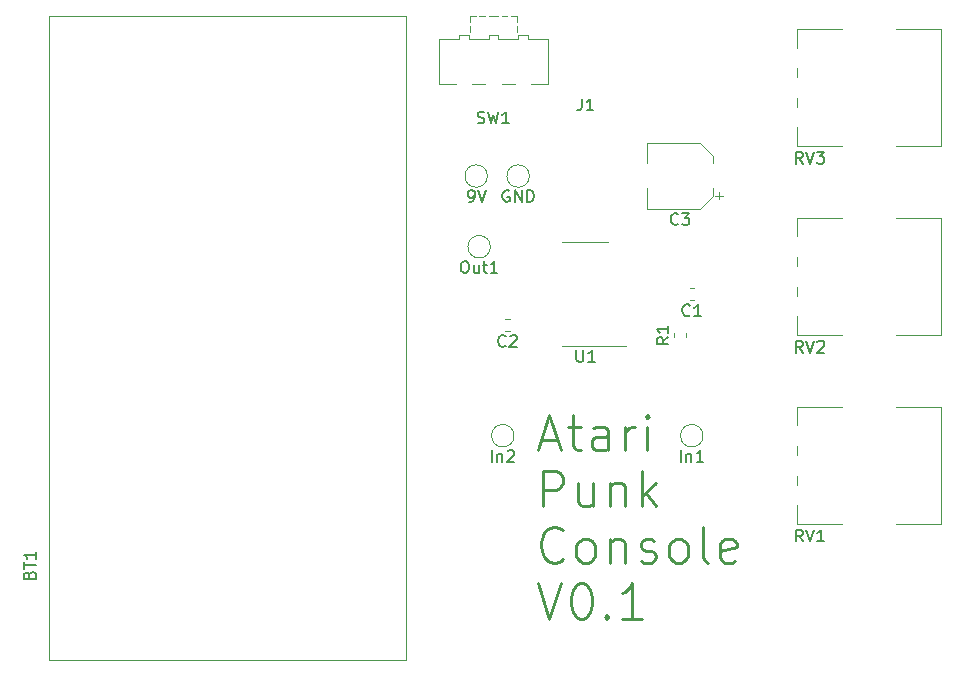
<source format=gbr>
G04 #@! TF.GenerationSoftware,KiCad,Pcbnew,(5.1.4-0-10_14)*
G04 #@! TF.CreationDate,2019-10-01T19:19:35+02:00*
G04 #@! TF.ProjectId,APC,4150432e-6b69-4636-9164-5f7063625858,rev?*
G04 #@! TF.SameCoordinates,Original*
G04 #@! TF.FileFunction,Legend,Top*
G04 #@! TF.FilePolarity,Positive*
%FSLAX46Y46*%
G04 Gerber Fmt 4.6, Leading zero omitted, Abs format (unit mm)*
G04 Created by KiCad (PCBNEW (5.1.4-0-10_14)) date 2019-10-01 19:19:35*
%MOMM*%
%LPD*%
G04 APERTURE LIST*
%ADD10C,0.250000*%
%ADD11C,0.120000*%
%ADD12C,0.150000*%
G04 APERTURE END LIST*
D10*
X136233928Y-82375000D02*
X137662500Y-82375000D01*
X135948214Y-83232142D02*
X136948214Y-80232142D01*
X137948214Y-83232142D01*
X138519642Y-81232142D02*
X139662500Y-81232142D01*
X138948214Y-80232142D02*
X138948214Y-82803571D01*
X139091071Y-83089285D01*
X139376785Y-83232142D01*
X139662500Y-83232142D01*
X141948214Y-83232142D02*
X141948214Y-81660714D01*
X141805357Y-81375000D01*
X141519642Y-81232142D01*
X140948214Y-81232142D01*
X140662500Y-81375000D01*
X141948214Y-83089285D02*
X141662500Y-83232142D01*
X140948214Y-83232142D01*
X140662500Y-83089285D01*
X140519642Y-82803571D01*
X140519642Y-82517857D01*
X140662500Y-82232142D01*
X140948214Y-82089285D01*
X141662500Y-82089285D01*
X141948214Y-81946428D01*
X143376785Y-83232142D02*
X143376785Y-81232142D01*
X143376785Y-81803571D02*
X143519642Y-81517857D01*
X143662500Y-81375000D01*
X143948214Y-81232142D01*
X144233928Y-81232142D01*
X145233928Y-83232142D02*
X145233928Y-81232142D01*
X145233928Y-80232142D02*
X145091071Y-80375000D01*
X145233928Y-80517857D01*
X145376785Y-80375000D01*
X145233928Y-80232142D01*
X145233928Y-80517857D01*
X136376785Y-87982142D02*
X136376785Y-84982142D01*
X137519642Y-84982142D01*
X137805357Y-85125000D01*
X137948214Y-85267857D01*
X138091071Y-85553571D01*
X138091071Y-85982142D01*
X137948214Y-86267857D01*
X137805357Y-86410714D01*
X137519642Y-86553571D01*
X136376785Y-86553571D01*
X140662500Y-85982142D02*
X140662500Y-87982142D01*
X139376785Y-85982142D02*
X139376785Y-87553571D01*
X139519642Y-87839285D01*
X139805357Y-87982142D01*
X140233928Y-87982142D01*
X140519642Y-87839285D01*
X140662500Y-87696428D01*
X142091071Y-85982142D02*
X142091071Y-87982142D01*
X142091071Y-86267857D02*
X142233928Y-86125000D01*
X142519642Y-85982142D01*
X142948214Y-85982142D01*
X143233928Y-86125000D01*
X143376785Y-86410714D01*
X143376785Y-87982142D01*
X144805357Y-87982142D02*
X144805357Y-84982142D01*
X145091071Y-86839285D02*
X145948214Y-87982142D01*
X145948214Y-85982142D02*
X144805357Y-87125000D01*
X138091071Y-92446428D02*
X137948214Y-92589285D01*
X137519642Y-92732142D01*
X137233928Y-92732142D01*
X136805357Y-92589285D01*
X136519642Y-92303571D01*
X136376785Y-92017857D01*
X136233928Y-91446428D01*
X136233928Y-91017857D01*
X136376785Y-90446428D01*
X136519642Y-90160714D01*
X136805357Y-89875000D01*
X137233928Y-89732142D01*
X137519642Y-89732142D01*
X137948214Y-89875000D01*
X138091071Y-90017857D01*
X139805357Y-92732142D02*
X139519642Y-92589285D01*
X139376785Y-92446428D01*
X139233928Y-92160714D01*
X139233928Y-91303571D01*
X139376785Y-91017857D01*
X139519642Y-90875000D01*
X139805357Y-90732142D01*
X140233928Y-90732142D01*
X140519642Y-90875000D01*
X140662500Y-91017857D01*
X140805357Y-91303571D01*
X140805357Y-92160714D01*
X140662500Y-92446428D01*
X140519642Y-92589285D01*
X140233928Y-92732142D01*
X139805357Y-92732142D01*
X142091071Y-90732142D02*
X142091071Y-92732142D01*
X142091071Y-91017857D02*
X142233928Y-90875000D01*
X142519642Y-90732142D01*
X142948214Y-90732142D01*
X143233928Y-90875000D01*
X143376785Y-91160714D01*
X143376785Y-92732142D01*
X144662500Y-92589285D02*
X144948214Y-92732142D01*
X145519642Y-92732142D01*
X145805357Y-92589285D01*
X145948214Y-92303571D01*
X145948214Y-92160714D01*
X145805357Y-91875000D01*
X145519642Y-91732142D01*
X145091071Y-91732142D01*
X144805357Y-91589285D01*
X144662500Y-91303571D01*
X144662500Y-91160714D01*
X144805357Y-90875000D01*
X145091071Y-90732142D01*
X145519642Y-90732142D01*
X145805357Y-90875000D01*
X147662500Y-92732142D02*
X147376785Y-92589285D01*
X147233928Y-92446428D01*
X147091071Y-92160714D01*
X147091071Y-91303571D01*
X147233928Y-91017857D01*
X147376785Y-90875000D01*
X147662500Y-90732142D01*
X148091071Y-90732142D01*
X148376785Y-90875000D01*
X148519642Y-91017857D01*
X148662500Y-91303571D01*
X148662500Y-92160714D01*
X148519642Y-92446428D01*
X148376785Y-92589285D01*
X148091071Y-92732142D01*
X147662500Y-92732142D01*
X150376785Y-92732142D02*
X150091071Y-92589285D01*
X149948214Y-92303571D01*
X149948214Y-89732142D01*
X152662500Y-92589285D02*
X152376785Y-92732142D01*
X151805357Y-92732142D01*
X151519642Y-92589285D01*
X151376785Y-92303571D01*
X151376785Y-91160714D01*
X151519642Y-90875000D01*
X151805357Y-90732142D01*
X152376785Y-90732142D01*
X152662500Y-90875000D01*
X152805357Y-91160714D01*
X152805357Y-91446428D01*
X151376785Y-91732142D01*
X135948214Y-94482142D02*
X136948214Y-97482142D01*
X137948214Y-94482142D01*
X139519642Y-94482142D02*
X139805357Y-94482142D01*
X140091071Y-94625000D01*
X140233928Y-94767857D01*
X140376785Y-95053571D01*
X140519642Y-95625000D01*
X140519642Y-96339285D01*
X140376785Y-96910714D01*
X140233928Y-97196428D01*
X140091071Y-97339285D01*
X139805357Y-97482142D01*
X139519642Y-97482142D01*
X139233928Y-97339285D01*
X139091071Y-97196428D01*
X138948214Y-96910714D01*
X138805357Y-96339285D01*
X138805357Y-95625000D01*
X138948214Y-95053571D01*
X139091071Y-94767857D01*
X139233928Y-94625000D01*
X139519642Y-94482142D01*
X141805357Y-97196428D02*
X141948214Y-97339285D01*
X141805357Y-97482142D01*
X141662500Y-97339285D01*
X141805357Y-97196428D01*
X141805357Y-97482142D01*
X144805357Y-97482142D02*
X143091071Y-97482142D01*
X143948214Y-97482142D02*
X143948214Y-94482142D01*
X143662500Y-94910714D01*
X143376785Y-95196428D01*
X143091071Y-95339285D01*
D11*
X140000000Y-74435000D02*
X143450000Y-74435000D01*
X140000000Y-74435000D02*
X138050000Y-74435000D01*
X140000000Y-65565000D02*
X141950000Y-65565000D01*
X140000000Y-65565000D02*
X138050000Y-65565000D01*
X133950000Y-82000000D02*
G75*
G03X133950000Y-82000000I-950000J0D01*
G01*
X149950000Y-82000000D02*
G75*
G03X149950000Y-82000000I-950000J0D01*
G01*
X131950000Y-66000000D02*
G75*
G03X131950000Y-66000000I-950000J0D01*
G01*
X135250000Y-60010000D02*
G75*
G03X135250000Y-60010000I-950000J0D01*
G01*
X131700000Y-60010000D02*
G75*
G03X131700000Y-60010000I-950000J0D01*
G01*
X132600000Y-46500000D02*
X132600000Y-46500000D01*
X131800000Y-46500000D02*
X132600000Y-46500000D01*
X131500000Y-46500000D02*
X131500000Y-46500000D01*
X131000000Y-46500000D02*
X131500000Y-46500000D01*
X132900000Y-46500000D02*
X132900000Y-46500000D01*
X133400000Y-46500000D02*
X132900000Y-46500000D01*
X134200000Y-47800000D02*
X134200000Y-47800000D01*
X134200000Y-47300000D02*
X134200000Y-47800000D01*
X130200000Y-47800000D02*
X130200000Y-47800000D01*
X130200000Y-47300000D02*
X130200000Y-47800000D01*
X130200000Y-47000000D02*
X130200000Y-47000000D01*
X130200000Y-46500000D02*
X130200000Y-47000000D01*
X130700000Y-46500000D02*
X130700000Y-46500000D01*
X130200000Y-46500000D02*
X130700000Y-46500000D01*
X133700000Y-46500000D02*
X133700000Y-46500000D01*
X134200000Y-46500000D02*
X133700000Y-46500000D01*
X134200000Y-47000000D02*
X134200000Y-47000000D01*
X134200000Y-46500000D02*
X134200000Y-47000000D01*
X136800000Y-48400000D02*
X136800000Y-48400000D01*
X135100000Y-48400000D02*
X136800000Y-48400000D01*
X135100000Y-48100000D02*
X135100000Y-48400000D01*
X134300000Y-48100000D02*
X135100000Y-48100000D01*
X134300000Y-48400000D02*
X134300000Y-48100000D01*
X132600000Y-48400000D02*
X134300000Y-48400000D01*
X132600000Y-48100000D02*
X132600000Y-48400000D01*
X131800000Y-48100000D02*
X132600000Y-48100000D01*
X131800000Y-48400000D02*
X131800000Y-48100000D01*
X130100000Y-48400000D02*
X131800000Y-48400000D01*
X130100000Y-48100000D02*
X130100000Y-48400000D01*
X129300000Y-48100000D02*
X130100000Y-48100000D01*
X129300000Y-48400000D02*
X129300000Y-48100000D01*
X127600000Y-48400000D02*
X129300000Y-48400000D01*
X134000000Y-52200000D02*
X134000000Y-52200000D01*
X132900000Y-52200000D02*
X134000000Y-52200000D01*
X131500000Y-52200000D02*
X131500000Y-52200000D01*
X130400000Y-52200000D02*
X131500000Y-52200000D01*
X136800000Y-52200000D02*
X135400000Y-52200000D01*
X136800000Y-48400000D02*
X136800000Y-52200000D01*
X127600000Y-52200000D02*
X127600000Y-48400000D01*
X129000000Y-52200000D02*
X127600000Y-52200000D01*
X170120000Y-47530000D02*
X170120000Y-57470000D01*
X157880000Y-55870000D02*
X157880000Y-57470000D01*
X157880000Y-53371000D02*
X157880000Y-54130000D01*
X157880000Y-50871000D02*
X157880000Y-51630000D01*
X157880000Y-47530000D02*
X157880000Y-49129000D01*
X166255000Y-57470000D02*
X170120000Y-57470000D01*
X157880000Y-57470000D02*
X161745000Y-57470000D01*
X166255000Y-47530000D02*
X170120000Y-47530000D01*
X157880000Y-47530000D02*
X161745000Y-47530000D01*
X170120000Y-63530000D02*
X170120000Y-73470000D01*
X157880000Y-71870000D02*
X157880000Y-73470000D01*
X157880000Y-69371000D02*
X157880000Y-70130000D01*
X157880000Y-66871000D02*
X157880000Y-67630000D01*
X157880000Y-63530000D02*
X157880000Y-65129000D01*
X166255000Y-73470000D02*
X170120000Y-73470000D01*
X157880000Y-73470000D02*
X161745000Y-73470000D01*
X166255000Y-63530000D02*
X170120000Y-63530000D01*
X157880000Y-63530000D02*
X161745000Y-63530000D01*
X170120000Y-79530000D02*
X170120000Y-89470000D01*
X157880000Y-87870000D02*
X157880000Y-89470000D01*
X157880000Y-85371000D02*
X157880000Y-86130000D01*
X157880000Y-82871000D02*
X157880000Y-83630000D01*
X157880000Y-79530000D02*
X157880000Y-81129000D01*
X166255000Y-89470000D02*
X170120000Y-89470000D01*
X157880000Y-89470000D02*
X161745000Y-89470000D01*
X166255000Y-79530000D02*
X170120000Y-79530000D01*
X157880000Y-79530000D02*
X161745000Y-79530000D01*
X148510000Y-73671267D02*
X148510000Y-73328733D01*
X147490000Y-73671267D02*
X147490000Y-73328733D01*
X151312500Y-61997500D02*
X151312500Y-61372500D01*
X151625000Y-61685000D02*
X151000000Y-61685000D01*
X150760000Y-58304437D02*
X149695563Y-57240000D01*
X150760000Y-61695563D02*
X149695563Y-62760000D01*
X150760000Y-61695563D02*
X150760000Y-61060000D01*
X150760000Y-58304437D02*
X150760000Y-58940000D01*
X149695563Y-57240000D02*
X145240000Y-57240000D01*
X149695563Y-62760000D02*
X145240000Y-62760000D01*
X145240000Y-62760000D02*
X145240000Y-61060000D01*
X145240000Y-57240000D02*
X145240000Y-58940000D01*
X133571267Y-72090000D02*
X133228733Y-72090000D01*
X133571267Y-73110000D02*
X133228733Y-73110000D01*
X149171267Y-69490000D02*
X148828733Y-69490000D01*
X149171267Y-70510000D02*
X148828733Y-70510000D01*
X124800000Y-101000000D02*
X94600000Y-101000000D01*
X124800000Y-46500000D02*
X124800000Y-101000000D01*
X94600000Y-46500000D02*
X124800000Y-46500000D01*
X94600000Y-101000000D02*
X94600000Y-46500000D01*
D12*
X139238095Y-74732380D02*
X139238095Y-75541904D01*
X139285714Y-75637142D01*
X139333333Y-75684761D01*
X139428571Y-75732380D01*
X139619047Y-75732380D01*
X139714285Y-75684761D01*
X139761904Y-75637142D01*
X139809523Y-75541904D01*
X139809523Y-74732380D01*
X140809523Y-75732380D02*
X140238095Y-75732380D01*
X140523809Y-75732380D02*
X140523809Y-74732380D01*
X140428571Y-74875238D01*
X140333333Y-74970476D01*
X140238095Y-75018095D01*
X132071428Y-84202380D02*
X132071428Y-83202380D01*
X132547619Y-83535714D02*
X132547619Y-84202380D01*
X132547619Y-83630952D02*
X132595238Y-83583333D01*
X132690476Y-83535714D01*
X132833333Y-83535714D01*
X132928571Y-83583333D01*
X132976190Y-83678571D01*
X132976190Y-84202380D01*
X133404761Y-83297619D02*
X133452380Y-83250000D01*
X133547619Y-83202380D01*
X133785714Y-83202380D01*
X133880952Y-83250000D01*
X133928571Y-83297619D01*
X133976190Y-83392857D01*
X133976190Y-83488095D01*
X133928571Y-83630952D01*
X133357142Y-84202380D01*
X133976190Y-84202380D01*
X148071428Y-84202380D02*
X148071428Y-83202380D01*
X148547619Y-83535714D02*
X148547619Y-84202380D01*
X148547619Y-83630952D02*
X148595238Y-83583333D01*
X148690476Y-83535714D01*
X148833333Y-83535714D01*
X148928571Y-83583333D01*
X148976190Y-83678571D01*
X148976190Y-84202380D01*
X149976190Y-84202380D02*
X149404761Y-84202380D01*
X149690476Y-84202380D02*
X149690476Y-83202380D01*
X149595238Y-83345238D01*
X149500000Y-83440476D01*
X149404761Y-83488095D01*
X129690476Y-67202380D02*
X129880952Y-67202380D01*
X129976190Y-67250000D01*
X130071428Y-67345238D01*
X130119047Y-67535714D01*
X130119047Y-67869047D01*
X130071428Y-68059523D01*
X129976190Y-68154761D01*
X129880952Y-68202380D01*
X129690476Y-68202380D01*
X129595238Y-68154761D01*
X129500000Y-68059523D01*
X129452380Y-67869047D01*
X129452380Y-67535714D01*
X129500000Y-67345238D01*
X129595238Y-67250000D01*
X129690476Y-67202380D01*
X130976190Y-67535714D02*
X130976190Y-68202380D01*
X130547619Y-67535714D02*
X130547619Y-68059523D01*
X130595238Y-68154761D01*
X130690476Y-68202380D01*
X130833333Y-68202380D01*
X130928571Y-68154761D01*
X130976190Y-68107142D01*
X131309523Y-67535714D02*
X131690476Y-67535714D01*
X131452380Y-67202380D02*
X131452380Y-68059523D01*
X131500000Y-68154761D01*
X131595238Y-68202380D01*
X131690476Y-68202380D01*
X132547619Y-68202380D02*
X131976190Y-68202380D01*
X132261904Y-68202380D02*
X132261904Y-67202380D01*
X132166666Y-67345238D01*
X132071428Y-67440476D01*
X131976190Y-67488095D01*
X133538095Y-61260000D02*
X133442857Y-61212380D01*
X133300000Y-61212380D01*
X133157142Y-61260000D01*
X133061904Y-61355238D01*
X133014285Y-61450476D01*
X132966666Y-61640952D01*
X132966666Y-61783809D01*
X133014285Y-61974285D01*
X133061904Y-62069523D01*
X133157142Y-62164761D01*
X133300000Y-62212380D01*
X133395238Y-62212380D01*
X133538095Y-62164761D01*
X133585714Y-62117142D01*
X133585714Y-61783809D01*
X133395238Y-61783809D01*
X134014285Y-62212380D02*
X134014285Y-61212380D01*
X134585714Y-62212380D01*
X134585714Y-61212380D01*
X135061904Y-62212380D02*
X135061904Y-61212380D01*
X135300000Y-61212380D01*
X135442857Y-61260000D01*
X135538095Y-61355238D01*
X135585714Y-61450476D01*
X135633333Y-61640952D01*
X135633333Y-61783809D01*
X135585714Y-61974285D01*
X135538095Y-62069523D01*
X135442857Y-62164761D01*
X135300000Y-62212380D01*
X135061904Y-62212380D01*
X130130952Y-62212380D02*
X130321428Y-62212380D01*
X130416666Y-62164761D01*
X130464285Y-62117142D01*
X130559523Y-61974285D01*
X130607142Y-61783809D01*
X130607142Y-61402857D01*
X130559523Y-61307619D01*
X130511904Y-61260000D01*
X130416666Y-61212380D01*
X130226190Y-61212380D01*
X130130952Y-61260000D01*
X130083333Y-61307619D01*
X130035714Y-61402857D01*
X130035714Y-61640952D01*
X130083333Y-61736190D01*
X130130952Y-61783809D01*
X130226190Y-61831428D01*
X130416666Y-61831428D01*
X130511904Y-61783809D01*
X130559523Y-61736190D01*
X130607142Y-61640952D01*
X130892857Y-61212380D02*
X131226190Y-62212380D01*
X131559523Y-61212380D01*
X130866666Y-55504761D02*
X131009523Y-55552380D01*
X131247619Y-55552380D01*
X131342857Y-55504761D01*
X131390476Y-55457142D01*
X131438095Y-55361904D01*
X131438095Y-55266666D01*
X131390476Y-55171428D01*
X131342857Y-55123809D01*
X131247619Y-55076190D01*
X131057142Y-55028571D01*
X130961904Y-54980952D01*
X130914285Y-54933333D01*
X130866666Y-54838095D01*
X130866666Y-54742857D01*
X130914285Y-54647619D01*
X130961904Y-54600000D01*
X131057142Y-54552380D01*
X131295238Y-54552380D01*
X131438095Y-54600000D01*
X131771428Y-54552380D02*
X132009523Y-55552380D01*
X132200000Y-54838095D01*
X132390476Y-55552380D01*
X132628571Y-54552380D01*
X133533333Y-55552380D02*
X132961904Y-55552380D01*
X133247619Y-55552380D02*
X133247619Y-54552380D01*
X133152380Y-54695238D01*
X133057142Y-54790476D01*
X132961904Y-54838095D01*
X158404761Y-58952380D02*
X158071428Y-58476190D01*
X157833333Y-58952380D02*
X157833333Y-57952380D01*
X158214285Y-57952380D01*
X158309523Y-58000000D01*
X158357142Y-58047619D01*
X158404761Y-58142857D01*
X158404761Y-58285714D01*
X158357142Y-58380952D01*
X158309523Y-58428571D01*
X158214285Y-58476190D01*
X157833333Y-58476190D01*
X158690476Y-57952380D02*
X159023809Y-58952380D01*
X159357142Y-57952380D01*
X159595238Y-57952380D02*
X160214285Y-57952380D01*
X159880952Y-58333333D01*
X160023809Y-58333333D01*
X160119047Y-58380952D01*
X160166666Y-58428571D01*
X160214285Y-58523809D01*
X160214285Y-58761904D01*
X160166666Y-58857142D01*
X160119047Y-58904761D01*
X160023809Y-58952380D01*
X159738095Y-58952380D01*
X159642857Y-58904761D01*
X159595238Y-58857142D01*
X158404761Y-74952380D02*
X158071428Y-74476190D01*
X157833333Y-74952380D02*
X157833333Y-73952380D01*
X158214285Y-73952380D01*
X158309523Y-74000000D01*
X158357142Y-74047619D01*
X158404761Y-74142857D01*
X158404761Y-74285714D01*
X158357142Y-74380952D01*
X158309523Y-74428571D01*
X158214285Y-74476190D01*
X157833333Y-74476190D01*
X158690476Y-73952380D02*
X159023809Y-74952380D01*
X159357142Y-73952380D01*
X159642857Y-74047619D02*
X159690476Y-74000000D01*
X159785714Y-73952380D01*
X160023809Y-73952380D01*
X160119047Y-74000000D01*
X160166666Y-74047619D01*
X160214285Y-74142857D01*
X160214285Y-74238095D01*
X160166666Y-74380952D01*
X159595238Y-74952380D01*
X160214285Y-74952380D01*
X158404761Y-90952380D02*
X158071428Y-90476190D01*
X157833333Y-90952380D02*
X157833333Y-89952380D01*
X158214285Y-89952380D01*
X158309523Y-90000000D01*
X158357142Y-90047619D01*
X158404761Y-90142857D01*
X158404761Y-90285714D01*
X158357142Y-90380952D01*
X158309523Y-90428571D01*
X158214285Y-90476190D01*
X157833333Y-90476190D01*
X158690476Y-89952380D02*
X159023809Y-90952380D01*
X159357142Y-89952380D01*
X160214285Y-90952380D02*
X159642857Y-90952380D01*
X159928571Y-90952380D02*
X159928571Y-89952380D01*
X159833333Y-90095238D01*
X159738095Y-90190476D01*
X159642857Y-90238095D01*
X147022380Y-73666666D02*
X146546190Y-74000000D01*
X147022380Y-74238095D02*
X146022380Y-74238095D01*
X146022380Y-73857142D01*
X146070000Y-73761904D01*
X146117619Y-73714285D01*
X146212857Y-73666666D01*
X146355714Y-73666666D01*
X146450952Y-73714285D01*
X146498571Y-73761904D01*
X146546190Y-73857142D01*
X146546190Y-74238095D01*
X147022380Y-72714285D02*
X147022380Y-73285714D01*
X147022380Y-73000000D02*
X146022380Y-73000000D01*
X146165238Y-73095238D01*
X146260476Y-73190476D01*
X146308095Y-73285714D01*
X139666666Y-53452380D02*
X139666666Y-54166666D01*
X139619047Y-54309523D01*
X139523809Y-54404761D01*
X139380952Y-54452380D01*
X139285714Y-54452380D01*
X140666666Y-54452380D02*
X140095238Y-54452380D01*
X140380952Y-54452380D02*
X140380952Y-53452380D01*
X140285714Y-53595238D01*
X140190476Y-53690476D01*
X140095238Y-53738095D01*
X147833333Y-64057142D02*
X147785714Y-64104761D01*
X147642857Y-64152380D01*
X147547619Y-64152380D01*
X147404761Y-64104761D01*
X147309523Y-64009523D01*
X147261904Y-63914285D01*
X147214285Y-63723809D01*
X147214285Y-63580952D01*
X147261904Y-63390476D01*
X147309523Y-63295238D01*
X147404761Y-63200000D01*
X147547619Y-63152380D01*
X147642857Y-63152380D01*
X147785714Y-63200000D01*
X147833333Y-63247619D01*
X148166666Y-63152380D02*
X148785714Y-63152380D01*
X148452380Y-63533333D01*
X148595238Y-63533333D01*
X148690476Y-63580952D01*
X148738095Y-63628571D01*
X148785714Y-63723809D01*
X148785714Y-63961904D01*
X148738095Y-64057142D01*
X148690476Y-64104761D01*
X148595238Y-64152380D01*
X148309523Y-64152380D01*
X148214285Y-64104761D01*
X148166666Y-64057142D01*
X133233333Y-74387142D02*
X133185714Y-74434761D01*
X133042857Y-74482380D01*
X132947619Y-74482380D01*
X132804761Y-74434761D01*
X132709523Y-74339523D01*
X132661904Y-74244285D01*
X132614285Y-74053809D01*
X132614285Y-73910952D01*
X132661904Y-73720476D01*
X132709523Y-73625238D01*
X132804761Y-73530000D01*
X132947619Y-73482380D01*
X133042857Y-73482380D01*
X133185714Y-73530000D01*
X133233333Y-73577619D01*
X133614285Y-73577619D02*
X133661904Y-73530000D01*
X133757142Y-73482380D01*
X133995238Y-73482380D01*
X134090476Y-73530000D01*
X134138095Y-73577619D01*
X134185714Y-73672857D01*
X134185714Y-73768095D01*
X134138095Y-73910952D01*
X133566666Y-74482380D01*
X134185714Y-74482380D01*
X148833333Y-71787142D02*
X148785714Y-71834761D01*
X148642857Y-71882380D01*
X148547619Y-71882380D01*
X148404761Y-71834761D01*
X148309523Y-71739523D01*
X148261904Y-71644285D01*
X148214285Y-71453809D01*
X148214285Y-71310952D01*
X148261904Y-71120476D01*
X148309523Y-71025238D01*
X148404761Y-70930000D01*
X148547619Y-70882380D01*
X148642857Y-70882380D01*
X148785714Y-70930000D01*
X148833333Y-70977619D01*
X149785714Y-71882380D02*
X149214285Y-71882380D01*
X149500000Y-71882380D02*
X149500000Y-70882380D01*
X149404761Y-71025238D01*
X149309523Y-71120476D01*
X149214285Y-71168095D01*
X92928571Y-93785714D02*
X92976190Y-93642857D01*
X93023809Y-93595238D01*
X93119047Y-93547619D01*
X93261904Y-93547619D01*
X93357142Y-93595238D01*
X93404761Y-93642857D01*
X93452380Y-93738095D01*
X93452380Y-94119047D01*
X92452380Y-94119047D01*
X92452380Y-93785714D01*
X92500000Y-93690476D01*
X92547619Y-93642857D01*
X92642857Y-93595238D01*
X92738095Y-93595238D01*
X92833333Y-93642857D01*
X92880952Y-93690476D01*
X92928571Y-93785714D01*
X92928571Y-94119047D01*
X92452380Y-93261904D02*
X92452380Y-92690476D01*
X93452380Y-92976190D02*
X92452380Y-92976190D01*
X93452380Y-91833333D02*
X93452380Y-92404761D01*
X93452380Y-92119047D02*
X92452380Y-92119047D01*
X92595238Y-92214285D01*
X92690476Y-92309523D01*
X92738095Y-92404761D01*
M02*

</source>
